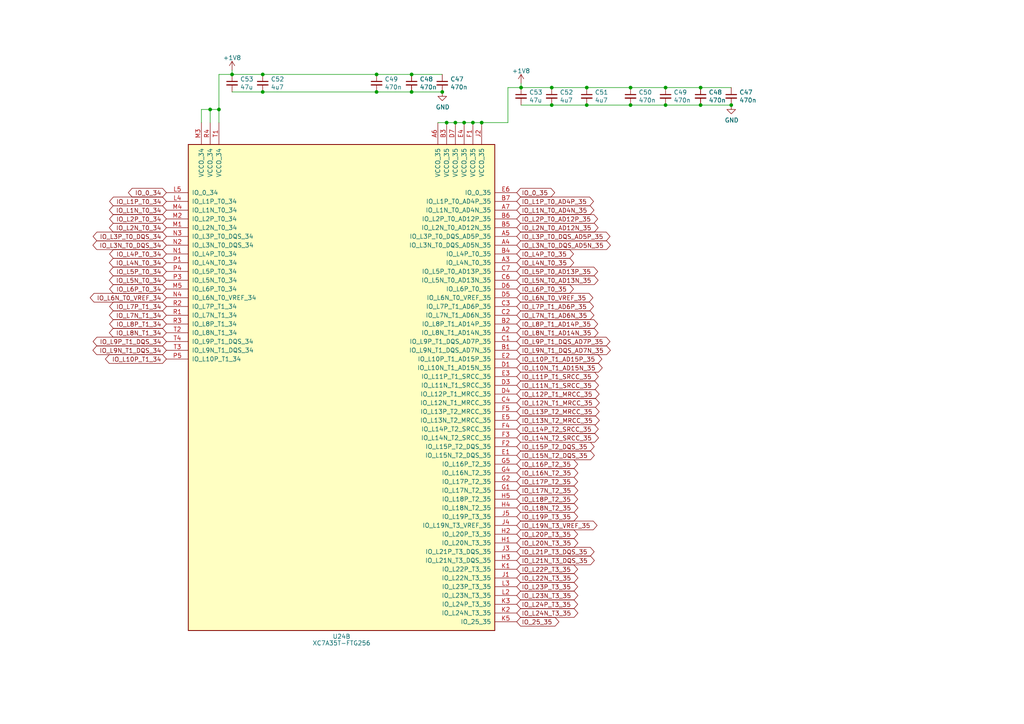
<source format=kicad_sch>
(kicad_sch (version 20230121) (generator eeschema)
  (paper "A4")
  (lib_symbols
    (symbol "Device:C_Small" (pin_numbers hide) (pin_names (offset 0.254) hide)
      (property "Reference" "C" (at 0.254 1.778 0))
      (property "Value" "C_Small" (at 0.254 -2.032 0))
      (symbol "C_Small_0_1"
        (polyline (pts (xy -1.524 -0.508) (xy 1.524 -0.508)) (stroke (width 0.3302)))
        (polyline (pts (xy -1.524 0.508) (xy 1.524 0.508)) (stroke (width 0.3048)))
      )
      (symbol "C_Small_1_1"
        (pin passive line (at 0 2.54 270) (length 2.032) (name "~") (number "1"))
        (pin passive line (at 0 -2.54 90) (length 2.032) (name "~") (number "2"))
      )
    )
    (symbol "FPGA_Xilinx_Artix7:XC7A35T-FTG256" (pin_names (offset 1.016))
      (property "Reference" "U" (at 0 1.27 0))
      (property "Value" "XC7A35T-FTG256" (at 0 -1.27 0))
      (symbol "XC7A35T-FTG256_1_1"
        (rectangle (start -44.45 67.31) (end 44.45 -73.66) (stroke (width 0.254)) (fill (type background)))
        (pin bidirectional line (at 50.8 38.1 180) (length 6.35) (name "IO_L3N_T0_DQS_AD1N_15") (number "A10"))
        (pin bidirectional line (at 50.8 27.94 180) (length 6.35) (name "IO_L5N_T0_AD9N_15") (number "A12"))
        (pin bidirectional line (at 50.8 20.32 180) (length 6.35) (name "IO_L7P_T1_AD2P_15") (number "A13"))
        (pin bidirectional line (at 50.8 17.78 180) (length 6.35) (name "IO_L7N_T1_AD2N_15") (number "A14"))
        (pin bidirectional line (at 50.8 7.62 180) (length 6.35) (name "IO_L9N_T1_DQS_AD3N_15") (number "A15"))
        (pin power_in line (at 27.94 73.66 270) (length 6.35) (name "VCCO_15") (number "A16"))
        (pin bidirectional line (at 50.8 45.72 180) (length 6.35) (name "IO_L2P_T0_AD8P_15") (number "A8"))
        (pin bidirectional line (at 50.8 43.18 180) (length 6.35) (name "IO_L2N_T0_AD8N_15") (number "A9"))
        (pin bidirectional line (at 50.8 35.56 180) (length 6.35) (name "IO_L4P_T0_15") (number "B10"))
        (pin bidirectional line (at 50.8 33.02 180) (length 6.35) (name "IO_L4N_T0_15") (number "B11"))
        (pin bidirectional line (at 50.8 30.48 180) (length 6.35) (name "IO_L5P_T0_AD9P_15") (number "B12"))
        (pin power_in line (at 30.48 73.66 270) (length 6.35) (name "VCCO_15") (number "B13"))
        (pin bidirectional line (at 50.8 12.7 180) (length 6.35) (name "IO_L8N_T1_AD10N_15") (number "B14"))
        (pin bidirectional line (at 50.8 10.16 180) (length 6.35) (name "IO_L9P_T1_DQS_AD3P_15") (number "B15"))
        (pin bidirectional line (at 50.8 2.54 180) (length 6.35) (name "IO_L10N_T1_AD11N_15") (number "B16"))
        (pin bidirectional line (at 50.8 40.64 180) (length 6.35) (name "IO_L3P_T0_DQS_AD1P_15") (number "B9"))
        (pin power_in line (at 33.02 73.66 270) (length 6.35) (name "VCCO_15") (number "C10"))
        (pin bidirectional line (at 50.8 0 180) (length 6.35) (name "IO_L11P_T1_SRCC_15") (number "C11"))
        (pin bidirectional line (at 50.8 -2.54 180) (length 6.35) (name "IO_L11N_T1_SRCC_15") (number "C12"))
        (pin bidirectional line (at 50.8 -7.62 180) (length 6.35) (name "IO_L12N_T1_MRCC_15") (number "C13"))
        (pin bidirectional line (at 50.8 15.24 180) (length 6.35) (name "IO_L8P_T1_AD10P_15") (number "C14"))
        (pin bidirectional line (at 50.8 5.08 180) (length 6.35) (name "IO_L10P_T1_AD11P_15") (number "C16"))
        (pin bidirectional line (at 50.8 50.8 180) (length 6.35) (name "IO_L1P_T0_AD0P_15") (number "C8"))
        (pin bidirectional line (at 50.8 48.26 180) (length 6.35) (name "IO_L1N_T0_AD0N_15") (number "C9"))
        (pin bidirectional line (at 50.8 53.34 180) (length 6.35) (name "IO_0_15") (number "D10"))
        (pin bidirectional line (at 50.8 -17.78 180) (length 6.35) (name "IO_L14N_T2_SRCC_15") (number "D11"))
        (pin bidirectional line (at 50.8 -5.08 180) (length 6.35) (name "IO_L12P_T1_MRCC_15") (number "D13"))
        (pin bidirectional line (at 50.8 -20.32 180) (length 6.35) (name "IO_L15P_T2_DQS_15") (number "D14"))
        (pin bidirectional line (at 50.8 -22.86 180) (length 6.35) (name "IO_L15N_T2_DQS_ADV_B_15") (number "D15"))
        (pin bidirectional line (at 50.8 -33.02 180) (length 6.35) (name "IO_L17N_T2_A25_15") (number "D16"))
        (pin bidirectional line (at 50.8 25.4 180) (length 6.35) (name "IO_L6P_T0_15") (number "D8"))
        (pin bidirectional line (at 50.8 22.86 180) (length 6.35) (name "IO_L6N_T0_VREF_15") (number "D9"))
        (pin bidirectional line (at 50.8 -15.24 180) (length 6.35) (name "IO_L14P_T2_SRCC_15") (number "E11"))
        (pin bidirectional line (at 50.8 -10.16 180) (length 6.35) (name "IO_L13P_T2_MRCC_15") (number "E12"))
        (pin bidirectional line (at 50.8 -12.7 180) (length 6.35) (name "IO_L13N_T2_MRCC_15") (number "E13"))
        (pin power_in line (at 35.56 73.66 270) (length 6.35) (name "VCCO_15") (number "E14"))
        (pin bidirectional line (at 50.8 -38.1 180) (length 6.35) (name "IO_L18N_T2_A23_15") (number "E15"))
        (pin bidirectional line (at 50.8 -30.48 180) (length 6.35) (name "IO_L17P_T2_A26_15") (number "E16"))
        (pin bidirectional line (at 50.8 -25.4 180) (length 6.35) (name "IO_L16P_T2_A28_15") (number "F12"))
        (pin bidirectional line (at 50.8 -27.94 180) (length 6.35) (name "IO_L16N_T2_A27_15") (number "F13"))
        (pin bidirectional line (at 50.8 -53.34 180) (length 6.35) (name "IO_L21N_T3_DQS_A18_15") (number "F14"))
        (pin bidirectional line (at 50.8 -35.56 180) (length 6.35) (name "IO_L18P_T2_A24_15") (number "F15"))
        (pin bidirectional line (at 50.8 -71.12 180) (length 6.35) (name "IO_25_15") (number "G11"))
        (pin bidirectional line (at 50.8 -43.18 180) (length 6.35) (name "IO_L19N_T3_A21_VREF_15") (number "G12"))
        (pin bidirectional line (at 50.8 -50.8 180) (length 6.35) (name "IO_L21P_T3_DQS_15") (number "G14"))
        (pin bidirectional line (at 50.8 -68.58 180) (length 6.35) (name "IO_L24N_T3_RS0_15") (number "G15"))
        (pin bidirectional line (at 50.8 -58.42 180) (length 6.35) (name "IO_L22N_T3_A16_15") (number "G16"))
        (pin bidirectional line (at 50.8 -40.64 180) (length 6.35) (name "IO_L19P_T3_A22_15") (number "H11"))
        (pin bidirectional line (at 50.8 -45.72 180) (length 6.35) (name "IO_L20P_T3_A20_15") (number "H12"))
        (pin bidirectional line (at 50.8 -48.26 180) (length 6.35) (name "IO_L20N_T3_A19_15") (number "H13"))
        (pin bidirectional line (at 50.8 -66.04 180) (length 6.35) (name "IO_L24P_T3_RS1_15") (number "H14"))
        (pin power_in line (at 38.1 73.66 270) (length 6.35) (name "VCCO_15") (number "H15"))
        (pin bidirectional line (at 50.8 -55.88 180) (length 6.35) (name "IO_L22P_T3_A17_15") (number "H16"))
        (pin power_in line (at 40.64 73.66 270) (length 6.35) (name "VCCO_15") (number "J12"))
        (pin bidirectional line (at -50.8 50.8 0) (length 6.35) (name "IO_L1P_T0_D00_MOSI_14") (number "J13"))
        (pin bidirectional line (at -50.8 48.26 0) (length 6.35) (name "IO_L1N_T0_D01_DIN_14") (number "J14"))
        (pin bidirectional line (at 50.8 -60.96 180) (length 6.35) (name "IO_L23P_T3_FOE_B_15") (number "J15"))
        (pin bidirectional line (at 50.8 -63.5 180) (length 6.35) (name "IO_L23N_T3_FWE_B_15") (number "J16"))
        (pin bidirectional line (at -50.8 53.34 0) (length 6.35) (name "IO_0_14") (number "K12"))
        (pin bidirectional line (at -50.8 30.48 0) (length 6.35) (name "IO_L5P_T0_D06_14") (number "K13"))
        (pin bidirectional line (at -50.8 45.72 0) (length 6.35) (name "IO_L2P_T0_D02_14") (number "K15"))
        (pin bidirectional line (at -50.8 43.18 0) (length 6.35) (name "IO_L2N_T0_D03_14") (number "K16"))
        (pin bidirectional line (at -50.8 25.4 0) (length 6.35) (name "IO_L6P_T0_FCS_B_14") (number "L12"))
        (pin bidirectional line (at -50.8 27.94 0) (length 6.35) (name "IO_L5N_T0_D07_14") (number "L13"))
        (pin bidirectional line (at -50.8 35.56 0) (length 6.35) (name "IO_L4P_T0_D04_14") (number "L14"))
        (pin bidirectional line (at -50.8 40.64 0) (length 6.35) (name "IO_L3P_T0_DQS_PUDC_B_14") (number "L15"))
        (pin power_in line (at -40.64 73.66 270) (length 6.35) (name "VCCO_14") (number "L16"))
        (pin bidirectional line (at -50.8 22.86 0) (length 6.35) (name "IO_L6N_T0_D08_VREF_14") (number "M12"))
        (pin power_in line (at -38.1 73.66 270) (length 6.35) (name "VCCO_14") (number "M13"))
        (pin bidirectional line (at -50.8 33.02 0) (length 6.35) (name "IO_L4N_T0_D05_14") (number "M14"))
        (pin bidirectional line (at -50.8 38.1 0) (length 6.35) (name "IO_L3N_T0_DQS_EMCCLK_14") (number "M15"))
        (pin bidirectional line (at -50.8 20.32 0) (length 6.35) (name "IO_L7P_T1_D09_14") (number "M16"))
        (pin bidirectional line (at -50.8 -40.64 0) (length 6.35) (name "IO_L19P_T3_A10_D26_14") (number "M6"))
        (pin power_in line (at -35.56 73.66 270) (length 6.35) (name "VCCO_14") (number "N10"))
        (pin bidirectional line (at -50.8 -10.16 0) (length 6.35) (name "IO_L13P_T2_MRCC_14") (number "N11"))
        (pin bidirectional line (at -50.8 -12.7 0) (length 6.35) (name "IO_L13N_T2_MRCC_14") (number "N12"))
        (pin bidirectional line (at -50.8 0 0) (length 6.35) (name "IO_L11P_T1_SRCC_14") (number "N13"))
        (pin bidirectional line (at -50.8 -5.08 0) (length 6.35) (name "IO_L12P_T1_MRCC_14") (number "N14"))
        (pin bidirectional line (at -50.8 17.78 0) (length 6.35) (name "IO_L7N_T1_D10_14") (number "N16"))
        (pin bidirectional line (at -50.8 -43.18 0) (length 6.35) (name "IO_L19N_T3_A09_D25_VREF_14") (number "N6"))
        (pin bidirectional line (at -50.8 -35.56 0) (length 6.35) (name "IO_L18P_T2_A12_D28_14") (number "N9"))
        (pin bidirectional line (at -50.8 -15.24 0) (length 6.35) (name "IO_L14P_T2_SRCC_14") (number "P10"))
        (pin bidirectional line (at -50.8 -17.78 0) (length 6.35) (name "IO_L14N_T2_SRCC_14") (number "P11"))
        (pin bidirectional line (at -50.8 -2.54 0) (length 6.35) (name "IO_L11N_T1_SRCC_14") (number "P13"))
        (pin bidirectional line (at -50.8 -7.62 0) (length 6.35) (name "IO_L12N_T1_MRCC_14") (number "P14"))
        (pin bidirectional line (at -50.8 15.24 0) (length 6.35) (name "IO_L8P_T1_D11_14") (number "P15"))
        (pin bidirectional line (at -50.8 12.7 0) (length 6.35) (name "IO_L8N_T1_D12_14") (number "P16"))
        (pin bidirectional line (at -50.8 -71.12 0) (length 6.35) (name "IO_25_14") (number "P6"))
        (pin power_in line (at -33.02 73.66 270) (length 6.35) (name "VCCO_14") (number "P7"))
        (pin bidirectional line (at -50.8 -45.72 0) (length 6.35) (name "IO_L20P_T3_A08_D24_14") (number "P8"))
        (pin bidirectional line (at -50.8 -38.1 0) (length 6.35) (name "IO_L18N_T2_A11_D27_14") (number "P9"))
        (pin bidirectional line (at -50.8 -30.48 0) (length 6.35) (name "IO_L17P_T2_A14_D30_14") (number "R10"))
        (pin bidirectional line (at -50.8 -33.02 0) (length 6.35) (name "IO_L17N_T2_A13_D29_14") (number "R11"))
        (pin bidirectional line (at -50.8 -20.32 0) (length 6.35) (name "IO_L15P_T2_DQS_RDWR_B_14") (number "R12"))
        (pin bidirectional line (at -50.8 -25.4 0) (length 6.35) (name "IO_L16P_T2_CSI_B_14") (number "R13"))
        (pin power_in line (at -30.48 73.66 270) (length 6.35) (name "VCCO_14") (number "R14"))
        (pin bidirectional line (at -50.8 10.16 0) (length 6.35) (name "IO_L9P_T1_DQS_14") (number "R15"))
        (pin bidirectional line (at -50.8 7.62 0) (length 6.35) (name "IO_L9N_T1_DQS_D13_14") (number "R16"))
        (pin bidirectional line (at -50.8 -60.96 0) (length 6.35) (name "IO_L23P_T3_A03_D19_14") (number "R5"))
        (pin bidirectional line (at -50.8 -66.04 0) (length 6.35) (name "IO_L24P_T3_A01_D17_14") (number "R6"))
        (pin bidirectional line (at -50.8 -68.58 0) (length 6.35) (name "IO_L24N_T3_A00_D16_14") (number "R7"))
        (pin bidirectional line (at -50.8 -48.26 0) (length 6.35) (name "IO_L20N_T3_A07_D23_14") (number "R8"))
        (pin bidirectional line (at -50.8 -58.42 0) (length 6.35) (name "IO_L22N_T3_A04_D20_14") (number "T10"))
        (pin power_in line (at -27.94 73.66 270) (length 6.35) (name "VCCO_14") (number "T11"))
        (pin bidirectional line (at -50.8 -22.86 0) (length 6.35) (name "IO_L15N_T2_DQS_DOUT_CSO_B_14") (number "T12"))
        (pin bidirectional line (at -50.8 -27.94 0) (length 6.35) (name "IO_L16N_T2_A15_D31_14") (number "T13"))
        (pin bidirectional line (at -50.8 5.08 0) (length 6.35) (name "IO_L10P_T1_D14_14") (number "T14"))
        (pin bidirectional line (at -50.8 2.54 0) (length 6.35) (name "IO_L10N_T1_D15_14") (number "T15"))
        (pin bidirectional line (at -50.8 -63.5 0) (length 6.35) (name "IO_L23N_T3_A02_D18_14") (number "T5"))
        (pin bidirectional line (at -50.8 -50.8 0) (length 6.35) (name "IO_L21P_T3_DQS_14") (number "T7"))
        (pin bidirectional line (at -50.8 -53.34 0) (length 6.35) (name "IO_L21N_T3_DQS_A06_D22_14") (number "T8"))
        (pin bidirectional line (at -50.8 -55.88 0) (length 6.35) (name "IO_L22P_T3_A05_D21_14") (number "T9"))
      )
      (symbol "XC7A35T-FTG256_2_1"
        (rectangle (start -44.45 67.31) (end 44.45 -73.66) (stroke (width 0.254)) (fill (type background)))
        (pin bidirectional line (at 50.8 12.7 180) (length 6.35) (name "IO_L8N_T1_AD14N_35") (number "A2"))
        (pin bidirectional line (at 50.8 33.02 180) (length 6.35) (name "IO_L4N_T0_35") (number "A3"))
        (pin bidirectional line (at 50.8 38.1 180) (length 6.35) (name "IO_L3N_T0_DQS_AD5N_35") (number "A4"))
        (pin bidirectional line (at 50.8 40.64 180) (length 6.35) (name "IO_L3P_T0_DQS_AD5P_35") (number "A5"))
        (pin power_in line (at 27.94 73.66 270) (length 6.35) (name "VCCO_35") (number "A6"))
        (pin bidirectional line (at 50.8 48.26 180) (length 6.35) (name "IO_L1N_T0_AD4N_35") (number "A7"))
        (pin bidirectional line (at 50.8 7.62 180) (length 6.35) (name "IO_L9N_T1_DQS_AD7N_35") (number "B1"))
        (pin bidirectional line (at 50.8 15.24 180) (length 6.35) (name "IO_L8P_T1_AD14P_35") (number "B2"))
        (pin power_in line (at 30.48 73.66 270) (length 6.35) (name "VCCO_35") (number "B3"))
        (pin bidirectional line (at 50.8 35.56 180) (length 6.35) (name "IO_L4P_T0_35") (number "B4"))
        (pin bidirectional line (at 50.8 43.18 180) (length 6.35) (name "IO_L2N_T0_AD12N_35") (number "B5"))
        (pin bidirectional line (at 50.8 45.72 180) (length 6.35) (name "IO_L2P_T0_AD12P_35") (number "B6"))
        (pin bidirectional line (at 50.8 50.8 180) (length 6.35) (name "IO_L1P_T0_AD4P_35") (number "B7"))
        (pin bidirectional line (at 50.8 10.16 180) (length 6.35) (name "IO_L9P_T1_DQS_AD7P_35") (number "C1"))
        (pin bidirectional line (at 50.8 17.78 180) (length 6.35) (name "IO_L7N_T1_AD6N_35") (number "C2"))
        (pin bidirectional line (at 50.8 20.32 180) (length 6.35) (name "IO_L7P_T1_AD6P_35") (number "C3"))
        (pin bidirectional line (at 50.8 -7.62 180) (length 6.35) (name "IO_L12N_T1_MRCC_35") (number "C4"))
        (pin bidirectional line (at 50.8 27.94 180) (length 6.35) (name "IO_L5N_T0_AD13N_35") (number "C6"))
        (pin bidirectional line (at 50.8 30.48 180) (length 6.35) (name "IO_L5P_T0_AD13P_35") (number "C7"))
        (pin bidirectional line (at 50.8 2.54 180) (length 6.35) (name "IO_L10N_T1_AD15N_35") (number "D1"))
        (pin bidirectional line (at 50.8 -2.54 180) (length 6.35) (name "IO_L11N_T1_SRCC_35") (number "D3"))
        (pin bidirectional line (at 50.8 -5.08 180) (length 6.35) (name "IO_L12P_T1_MRCC_35") (number "D4"))
        (pin bidirectional line (at 50.8 22.86 180) (length 6.35) (name "IO_L6N_T0_VREF_35") (number "D5"))
        (pin bidirectional line (at 50.8 25.4 180) (length 6.35) (name "IO_L6P_T0_35") (number "D6"))
        (pin power_in line (at 33.02 73.66 270) (length 6.35) (name "VCCO_35") (number "D7"))
        (pin bidirectional line (at 50.8 -22.86 180) (length 6.35) (name "IO_L15N_T2_DQS_35") (number "E1"))
        (pin bidirectional line (at 50.8 5.08 180) (length 6.35) (name "IO_L10P_T1_AD15P_35") (number "E2"))
        (pin bidirectional line (at 50.8 0 180) (length 6.35) (name "IO_L11P_T1_SRCC_35") (number "E3"))
        (pin power_in line (at 35.56 73.66 270) (length 6.35) (name "VCCO_35") (number "E4"))
        (pin bidirectional line (at 50.8 -12.7 180) (length 6.35) (name "IO_L13N_T2_MRCC_35") (number "E5"))
        (pin bidirectional line (at 50.8 53.34 180) (length 6.35) (name "IO_0_35") (number "E6"))
        (pin power_in line (at 38.1 73.66 270) (length 6.35) (name "VCCO_35") (number "F1"))
        (pin bidirectional line (at 50.8 -20.32 180) (length 6.35) (name "IO_L15P_T2_DQS_35") (number "F2"))
        (pin bidirectional line (at 50.8 -17.78 180) (length 6.35) (name "IO_L14N_T2_SRCC_35") (number "F3"))
        (pin bidirectional line (at 50.8 -15.24 180) (length 6.35) (name "IO_L14P_T2_SRCC_35") (number "F4"))
        (pin bidirectional line (at 50.8 -10.16 180) (length 6.35) (name "IO_L13P_T2_MRCC_35") (number "F5"))
        (pin bidirectional line (at 50.8 -33.02 180) (length 6.35) (name "IO_L17N_T2_35") (number "G1"))
        (pin bidirectional line (at 50.8 -30.48 180) (length 6.35) (name "IO_L17P_T2_35") (number "G2"))
        (pin bidirectional line (at 50.8 -27.94 180) (length 6.35) (name "IO_L16N_T2_35") (number "G4"))
        (pin bidirectional line (at 50.8 -25.4 180) (length 6.35) (name "IO_L16P_T2_35") (number "G5"))
        (pin bidirectional line (at 50.8 -48.26 180) (length 6.35) (name "IO_L20N_T3_35") (number "H1"))
        (pin bidirectional line (at 50.8 -45.72 180) (length 6.35) (name "IO_L20P_T3_35") (number "H2"))
        (pin bidirectional line (at 50.8 -53.34 180) (length 6.35) (name "IO_L21N_T3_DQS_35") (number "H3"))
        (pin bidirectional line (at 50.8 -38.1 180) (length 6.35) (name "IO_L18N_T2_35") (number "H4"))
        (pin bidirectional line (at 50.8 -35.56 180) (length 6.35) (name "IO_L18P_T2_35") (number "H5"))
        (pin bidirectional line (at 50.8 -58.42 180) (length 6.35) (name "IO_L22N_T3_35") (number "J1"))
        (pin power_in line (at 40.64 73.66 270) (length 6.35) (name "VCCO_35") (number "J2"))
        (pin bidirectional line (at 50.8 -50.8 180) (length 6.35) (name "IO_L21P_T3_DQS_35") (number "J3"))
        (pin bidirectional line (at 50.8 -43.18 180) (length 6.35) (name "IO_L19N_T3_VREF_35") (number "J4"))
        (pin bidirectional line (at 50.8 -40.64 180) (length 6.35) (name "IO_L19P_T3_35") (number "J5"))
        (pin bidirectional line (at 50.8 -55.88 180) (length 6.35) (name "IO_L22P_T3_35") (number "K1"))
        (pin bidirectional line (at 50.8 -68.58 180) (length 6.35) (name "IO_L24N_T3_35") (number "K2"))
        (pin bidirectional line (at 50.8 -66.04 180) (length 6.35) (name "IO_L24P_T3_35") (number "K3"))
        (pin bidirectional line (at 50.8 -71.12 180) (length 6.35) (name "IO_25_35") (number "K5"))
        (pin bidirectional line (at 50.8 -63.5 180) (length 6.35) (name "IO_L23N_T3_35") (number "L2"))
        (pin bidirectional line (at 50.8 -60.96 180) (length 6.35) (name "IO_L23P_T3_35") (number "L3"))
        (pin bidirectional line (at -50.8 50.8 0) (length 6.35) (name "IO_L1P_T0_34") (number "L4"))
        (pin bidirectional line (at -50.8 53.34 0) (length 6.35) (name "IO_0_34") (number "L5"))
        (pin bidirectional line (at -50.8 43.18 0) (length 6.35) (name "IO_L2N_T0_34") (number "M1"))
        (pin bidirectional line (at -50.8 45.72 0) (length 6.35) (name "IO_L2P_T0_34") (number "M2"))
        (pin power_in line (at -40.64 73.66 270) (length 6.35) (name "VCCO_34") (number "M3"))
        (pin bidirectional line (at -50.8 48.26 0) (length 6.35) (name "IO_L1N_T0_34") (number "M4"))
        (pin bidirectional line (at -50.8 25.4 0) (length 6.35) (name "IO_L6P_T0_34") (number "M5"))
        (pin bidirectional line (at -50.8 35.56 0) (length 6.35) (name "IO_L4P_T0_34") (number "N1"))
        (pin bidirectional line (at -50.8 38.1 0) (length 6.35) (name "IO_L3N_T0_DQS_34") (number "N2"))
        (pin bidirectional line (at -50.8 40.64 0) (length 6.35) (name "IO_L3P_T0_DQS_34") (number "N3"))
        (pin bidirectional line (at -50.8 22.86 0) (length 6.35) (name "IO_L6N_T0_VREF_34") (number "N4"))
        (pin bidirectional line (at -50.8 33.02 0) (length 6.35) (name "IO_L4N_T0_34") (number "P1"))
        (pin bidirectional line (at -50.8 27.94 0) (length 6.35) (name "IO_L5N_T0_34") (number "P3"))
        (pin bidirectional line (at -50.8 30.48 0) (length 6.35) (name "IO_L5P_T0_34") (number "P4"))
        (pin bidirectional line (at -50.8 5.08 0) (length 6.35) (name "IO_L10P_T1_34") (number "P5"))
        (pin bidirectional line (at -50.8 17.78 0) (length 6.35) (name "IO_L7N_T1_34") (number "R1"))
        (pin bidirectional line (at -50.8 20.32 0) (length 6.35) (name "IO_L7P_T1_34") (number "R2"))
        (pin bidirectional line (at -50.8 15.24 0) (length 6.35) (name "IO_L8P_T1_34") (number "R3"))
        (pin power_in line (at -38.1 73.66 270) (length 6.35) (name "VCCO_34") (number "R4"))
        (pin power_in line (at -35.56 73.66 270) (length 6.35) (name "VCCO_34") (number "T1"))
        (pin bidirectional line (at -50.8 12.7 0) (length 6.35) (name "IO_L8N_T1_34") (number "T2"))
        (pin bidirectional line (at -50.8 7.62 0) (length 6.35) (name "IO_L9N_T1_DQS_34") (number "T3"))
        (pin bidirectional line (at -50.8 10.16 0) (length 6.35) (name "IO_L9P_T1_DQS_34") (number "T4"))
      )
      (symbol "XC7A35T-FTG256_3_1"
        (rectangle (start -31.75 34.29) (end 31.75 -40.64) (stroke (width 0.254)) (fill (type background)))
        (pin bidirectional line (at 38.1 -15.24 180) (length 6.35) (name "CFGBVS_0") (number "E7"))
        (pin bidirectional line (at 38.1 7.62 180) (length 6.35) (name "CCLK_0") (number "E8"))
        (pin bidirectional line (at 38.1 -5.08 180) (length 6.35) (name "DONE_0") (number "H10"))
        (pin bidirectional line (at 38.1 -30.48 180) (length 6.35) (name "VREFN_0") (number "H7"))
        (pin bidirectional line (at 38.1 -20.32 180) (length 6.35) (name "VP_0") (number "H8"))
        (pin bidirectional line (at 38.1 -22.86 180) (length 6.35) (name "VN_0") (number "J7"))
        (pin bidirectional line (at 38.1 -27.94 180) (length 6.35) (name "VREFP_0") (number "J8"))
        (pin bidirectional line (at 38.1 -7.62 180) (length 6.35) (name "INIT_B_0") (number "K10"))
        (pin bidirectional line (at 38.1 -38.1 180) (length 6.35) (name "DXN_0") (number "K7"))
        (pin bidirectional line (at 38.1 -35.56 180) (length 6.35) (name "DXP_0") (number "K8"))
        (pin power_in line (at 27.94 40.64 270) (length 6.35) (name "VCCO_0") (number "L6"))
        (pin bidirectional line (at 38.1 12.7 180) (length 6.35) (name "TCK_0") (number "L7"))
        (pin bidirectional line (at 38.1 -10.16 180) (length 6.35) (name "PROGRAM_B_0") (number "L9"))
        (pin bidirectional line (at 38.1 2.54 180) (length 6.35) (name "M1_0") (number "M10"))
        (pin bidirectional line (at 38.1 0 180) (length 6.35) (name "M2_0") (number "M11"))
        (pin bidirectional line (at 38.1 15.24 180) (length 6.35) (name "TMS_0") (number "M7"))
        (pin bidirectional line (at 38.1 5.08 180) (length 6.35) (name "M0_0") (number "M9"))
        (pin bidirectional line (at 38.1 20.32 180) (length 6.35) (name "TDI_0") (number "N7"))
        (pin bidirectional line (at 38.1 17.78 180) (length 6.35) (name "TDO_0") (number "N8"))
      )
      (symbol "XC7A35T-FTG256_4_1"
        (rectangle (start -19.05 35.56) (end 19.05 -35.56) (stroke (width 0.254)) (fill (type background)))
        (pin power_in line (at -25.4 2.54 0) (length 6.35) (name "GND") (number "A1"))
        (pin power_in line (at -25.4 0 0) (length 6.35) (name "GND") (number "A11"))
        (pin power_in line (at -25.4 -2.54 0) (length 6.35) (name "GND") (number "B8"))
        (pin power_in line (at -25.4 -7.62 0) (length 6.35) (name "GND") (number "C15"))
        (pin power_in line (at -25.4 -5.08 0) (length 6.35) (name "GND") (number "C5"))
        (pin power_in line (at -25.4 -12.7 0) (length 6.35) (name "GND") (number "D12"))
        (pin power_in line (at -25.4 -10.16 0) (length 6.35) (name "GND") (number "D2"))
        (pin power_in line (at -25.4 12.7 0) (length 6.35) (name "VCCBRAM") (number "E10"))
        (pin power_in line (at -25.4 -15.24 0) (length 6.35) (name "GND") (number "E9"))
        (pin power_in line (at -25.4 -20.32 0) (length 6.35) (name "GND") (number "F10"))
        (pin power_in line (at -25.4 10.16 0) (length 6.35) (name "VCCBRAM") (number "F11"))
        (pin power_in line (at -25.4 -22.86 0) (length 6.35) (name "GND") (number "F16"))
        (pin power_in line (at -25.4 -17.78 0) (length 6.35) (name "GND") (number "F6"))
        (pin power_in line (at 25.4 33.02 180) (length 6.35) (name "VCCINT") (number "F7"))
        (pin power_in line (at -25.4 15.24 0) (length 6.35) (name "VCCBATT_0") (number "F8"))
        (pin power_in line (at 25.4 30.48 180) (length 6.35) (name "VCCINT") (number "F9"))
        (pin power_in line (at -25.4 33.02 0) (length 6.35) (name "VCCAUX") (number "G10"))
        (pin power_in line (at -25.4 -30.48 0) (length 6.35) (name "GND") (number "G13"))
        (pin power_in line (at -25.4 -25.4 0) (length 6.35) (name "GND") (number "G3"))
        (pin power_in line (at 25.4 27.94 180) (length 6.35) (name "VCCINT") (number "G6"))
        (pin power_in line (at -25.4 20.32 0) (length 6.35) (name "GNDADC_0") (number "G7"))
        (pin power_in line (at -25.4 17.78 0) (length 6.35) (name "VCCADC_0") (number "G8"))
        (pin power_in line (at -25.4 -27.94 0) (length 6.35) (name "GND") (number "G9"))
        (pin power_in line (at -25.4 -33.02 0) (length 6.35) (name "GND") (number "H6"))
        (pin power_in line (at 25.4 25.4 180) (length 6.35) (name "VCCINT") (number "H9"))
        (pin power_in line (at -25.4 30.48 0) (length 6.35) (name "VCCAUX") (number "J10"))
        (pin power_in line (at 25.4 0 180) (length 6.35) (name "GND") (number "J11"))
        (pin power_in line (at 25.4 22.86 180) (length 6.35) (name "VCCINT") (number "J6"))
        (pin power_in line (at 25.4 2.54 180) (length 6.35) (name "GND") (number "J9"))
        (pin power_in line (at -25.4 27.94 0) (length 6.35) (name "VCCAUX") (number "K11"))
        (pin power_in line (at 25.4 -7.62 180) (length 6.35) (name "GND") (number "K14"))
        (pin power_in line (at 25.4 -2.54 180) (length 6.35) (name "GND") (number "K4"))
        (pin power_in line (at 25.4 -5.08 180) (length 6.35) (name "GND") (number "K6"))
        (pin power_in line (at 25.4 20.32 180) (length 6.35) (name "VCCINT") (number "K9"))
        (pin power_in line (at 25.4 -10.16 180) (length 6.35) (name "GND") (number "L1"))
        (pin power_in line (at -25.4 25.4 0) (length 6.35) (name "VCCAUX") (number "L10"))
        (pin power_in line (at 25.4 -12.7 180) (length 6.35) (name "GND") (number "L11"))
        (pin power_in line (at 25.4 17.78 180) (length 6.35) (name "VCCINT") (number "L8"))
        (pin power_in line (at 25.4 -15.24 180) (length 6.35) (name "GND") (number "M8"))
        (pin power_in line (at 25.4 -20.32 180) (length 6.35) (name "GND") (number "N15"))
        (pin power_in line (at 25.4 -17.78 180) (length 6.35) (name "GND") (number "N5"))
        (pin power_in line (at 25.4 -25.4 180) (length 6.35) (name "GND") (number "P12"))
        (pin power_in line (at 25.4 -22.86 180) (length 6.35) (name "GND") (number "P2"))
        (pin power_in line (at 25.4 -27.94 180) (length 6.35) (name "GND") (number "R9"))
        (pin power_in line (at 25.4 -33.02 180) (length 6.35) (name "GND") (number "T16"))
        (pin power_in line (at 25.4 -30.48 180) (length 6.35) (name "GND") (number "T6"))
      )
    )
    (symbol "power:+1V8" (power) (pin_names (offset 0))
      (property "Value" "+1V8" (at 0 3.556 0))
      (symbol "+1V8_0_1"
        (polyline (pts (xy -0.762 1.27) (xy 0 2.54)))
        (polyline (pts (xy 0 0) (xy 0 2.54)))
        (polyline (pts (xy 0 2.54) (xy 0.762 1.27)))
      )
      (symbol "+1V8_1_1"
        (pin power_in line (at 0 0 90) (length 0) hide (name "+1V8") (number "1"))
      )
    )
    (symbol "power:GND" (power) (pin_names (offset 0))
      (property "Value" "GND" (at 0 -3.81 0))
      (symbol "GND_0_1"
        (polyline (pts (xy 0 0) (xy 0 -1.27) (xy 1.27 -1.27) (xy 0 -2.54) (xy -1.27 -1.27) (xy 0 -1.27)))
      )
      (symbol "GND_1_1"
        (pin power_in line (at 0 0 270) (length 0) hide (name "GND") (number "1"))
      )
    )
  )
  (junction (at 128.27 26.67))
  (junction (at 203.2 30.48))
  (junction (at 160.02 25.4))
  (junction (at 60.96 31.75))
  (junction (at 63.5 31.75))
  (junction (at 182.88 30.48))
  (junction (at 170.18 30.48))
  (junction (at 134.62 35.56))
  (junction (at 182.88 25.4))
  (junction (at 109.22 21.59))
  (junction (at 119.38 21.59))
  (junction (at 137.16 35.56))
  (junction (at 76.2 26.67))
  (junction (at 193.04 30.48))
  (junction (at 109.22 26.67))
  (junction (at 193.04 25.4))
  (junction (at 139.7 35.56))
  (junction (at 160.02 30.48))
  (junction (at 170.18 25.4))
  (junction (at 67.31 21.59))
  (junction (at 76.2 21.59))
  (junction (at 132.08 35.56))
  (junction (at 119.38 26.67))
  (junction (at 203.2 25.4))
  (junction (at 151.13 25.4))
  (junction (at 129.54 35.56))
  (junction (at 212.09 30.48))
  (wire (pts (xy 139.7 35.56) (xy 147.32 35.56)))
  (wire (pts (xy 76.2 26.67) (xy 67.31 26.67)))
  (wire (pts (xy 63.5 21.59) (xy 63.5 31.75)))
  (wire (pts (xy 58.42 31.75) (xy 58.42 35.56)))
  (wire (pts (xy 129.54 35.56) (xy 132.08 35.56)))
  (wire (pts (xy 119.38 26.67) (xy 128.27 26.67)))
  (wire (pts (xy 60.96 31.75) (xy 63.5 31.75)))
  (wire (pts (xy 63.5 21.59) (xy 67.31 21.59)))
  (wire (pts (xy 160.02 30.48) (xy 151.13 30.48)))
  (wire (pts (xy 193.04 30.48) (xy 203.2 30.48)))
  (wire (pts (xy 76.2 26.67) (xy 109.22 26.67)))
  (wire (pts (xy 127 35.56) (xy 129.54 35.56)))
  (wire (pts (xy 193.04 25.4) (xy 203.2 25.4)))
  (wire (pts (xy 147.32 25.4) (xy 147.32 35.56)))
  (wire (pts (xy 76.2 21.59) (xy 109.22 21.59)))
  (wire (pts (xy 170.18 25.4) (xy 160.02 25.4)))
  (wire (pts (xy 134.62 35.56) (xy 137.16 35.56)))
  (wire (pts (xy 170.18 25.4) (xy 182.88 25.4)))
  (wire (pts (xy 182.88 30.48) (xy 193.04 30.48)))
  (wire (pts (xy 132.08 35.56) (xy 134.62 35.56)))
  (wire (pts (xy 60.96 31.75) (xy 60.96 35.56)))
  (wire (pts (xy 170.18 30.48) (xy 160.02 30.48)))
  (wire (pts (xy 203.2 30.48) (xy 212.09 30.48)))
  (wire (pts (xy 109.22 26.67) (xy 119.38 26.67)))
  (wire (pts (xy 147.32 25.4) (xy 151.13 25.4)))
  (wire (pts (xy 160.02 25.4) (xy 151.13 25.4)))
  (wire (pts (xy 137.16 35.56) (xy 139.7 35.56)))
  (wire (pts (xy 170.18 30.48) (xy 182.88 30.48)))
  (wire (pts (xy 67.31 20.32) (xy 67.31 21.59)))
  (wire (pts (xy 109.22 21.59) (xy 119.38 21.59)))
  (wire (pts (xy 76.2 21.59) (xy 67.31 21.59)))
  (wire (pts (xy 182.88 25.4) (xy 193.04 25.4)))
  (wire (pts (xy 63.5 31.75) (xy 63.5 35.56)))
  (wire (pts (xy 119.38 21.59) (xy 128.27 21.59)))
  (wire (pts (xy 203.2 25.4) (xy 212.09 25.4)))
  (wire (pts (xy 58.42 31.75) (xy 60.96 31.75)))
  (wire (pts (xy 151.13 24.13) (xy 151.13 25.4)))
  (global_label "IO_L9N_T1_DQS_AD7N_35" (shape bidirectional) (at 149.86 101.6 0) (property "Intersheetrefs" "${INTERSHEET_REFS}" (effects hide)))
  (global_label "IO_L21N_T3_DQS_35" (shape bidirectional) (at 149.86 162.56 0) (property "Intersheetrefs" "${INTERSHEET_REFS}" (effects hide)))
  (global_label "IO_L9N_T1_DQS_34" (shape bidirectional) (at 48.26 101.6 180) (property "Intersheetrefs" "${INTERSHEET_REFS}" (effects hide)))
  (global_label "IO_L6P_T0_35" (shape bidirectional) (at 149.86 83.82 0) (property "Intersheetrefs" "${INTERSHEET_REFS}" (effects hide)))
  (global_label "IO_0_34" (shape bidirectional) (at 48.26 55.88 180) (property "Intersheetrefs" "${INTERSHEET_REFS}" (effects hide)))
  (global_label "IO_L14P_T2_SRCC_35" (shape bidirectional) (at 149.86 124.46 0) (property "Intersheetrefs" "${INTERSHEET_REFS}" (effects hide)))
  (global_label "IO_L3P_T0_DQS_AD5P_35" (shape bidirectional) (at 149.86 68.58 0) (property "Intersheetrefs" "${INTERSHEET_REFS}" (effects hide)))
  (global_label "IO_L17N_T2_35" (shape bidirectional) (at 149.86 142.24 0) (property "Intersheetrefs" "${INTERSHEET_REFS}" (effects hide)))
  (global_label "IO_L19N_T3_VREF_35" (shape bidirectional) (at 149.86 152.4 0) (property "Intersheetrefs" "${INTERSHEET_REFS}" (effects hide)))
  (global_label "IO_L16P_T2_35" (shape bidirectional) (at 149.86 134.62 0) (property "Intersheetrefs" "${INTERSHEET_REFS}" (effects hide)))
  (global_label "IO_L5N_T0_AD13N_35" (shape bidirectional) (at 149.86 81.28 0) (property "Intersheetrefs" "${INTERSHEET_REFS}" (effects hide)))
  (global_label "IO_L7P_T1_AD6P_35" (shape bidirectional) (at 149.86 88.9 0) (property "Intersheetrefs" "${INTERSHEET_REFS}" (effects hide)))
  (global_label "IO_L10N_T1_AD15N_35" (shape bidirectional) (at 149.86 106.68 0) (property "Intersheetrefs" "${INTERSHEET_REFS}" (effects hide)))
  (global_label "IO_L6N_T0_VREF_35" (shape bidirectional) (at 149.86 86.36 0) (property "Intersheetrefs" "${INTERSHEET_REFS}" (effects hide)))
  (global_label "IO_L15P_T2_DQS_35" (shape bidirectional) (at 149.86 129.54 0) (property "Intersheetrefs" "${INTERSHEET_REFS}" (effects hide)))
  (global_label "IO_L18P_T2_35" (shape bidirectional) (at 149.86 144.78 0) (property "Intersheetrefs" "${INTERSHEET_REFS}" (effects hide)))
  (global_label "IO_L14N_T2_SRCC_35" (shape bidirectional) (at 149.86 127 0) (property "Intersheetrefs" "${INTERSHEET_REFS}" (effects hide)))
  (global_label "IO_L7N_T1_AD6N_35" (shape bidirectional) (at 149.86 91.44 0) (property "Intersheetrefs" "${INTERSHEET_REFS}" (effects hide)))
  (global_label "IO_L20P_T3_35" (shape bidirectional) (at 149.86 154.94 0) (property "Intersheetrefs" "${INTERSHEET_REFS}" (effects hide)))
  (global_label "IO_L12P_T1_MRCC_35" (shape bidirectional) (at 149.86 114.3 0) (property "Intersheetrefs" "${INTERSHEET_REFS}" (effects hide)))
  (global_label "IO_L9P_T1_DQS_AD7P_35" (shape bidirectional) (at 149.86 99.06 0) (property "Intersheetrefs" "${INTERSHEET_REFS}" (effects hide)))
  (global_label "IO_L22N_T3_35" (shape bidirectional) (at 149.86 167.64 0) (property "Intersheetrefs" "${INTERSHEET_REFS}" (effects hide)))
  (global_label "IO_L11P_T1_SRCC_35" (shape bidirectional) (at 149.86 109.22 0) (property "Intersheetrefs" "${INTERSHEET_REFS}" (effects hide)))
  (global_label "IO_L3N_T0_DQS_34" (shape bidirectional) (at 48.26 71.12 180) (property "Intersheetrefs" "${INTERSHEET_REFS}" (effects hide)))
  (global_label "IO_L5P_T0_34" (shape bidirectional) (at 48.26 78.74 180) (property "Intersheetrefs" "${INTERSHEET_REFS}" (effects hide)))
  (global_label "IO_L4N_T0_35" (shape bidirectional) (at 149.86 76.2 0) (property "Intersheetrefs" "${INTERSHEET_REFS}" (effects hide)))
  (global_label "IO_L13P_T2_MRCC_35" (shape bidirectional) (at 149.86 119.38 0) (property "Intersheetrefs" "${INTERSHEET_REFS}" (effects hide)))
  (global_label "IO_L1N_T0_34" (shape bidirectional) (at 48.26 60.96 180) (property "Intersheetrefs" "${INTERSHEET_REFS}" (effects hide)))
  (global_label "IO_L24N_T3_35" (shape bidirectional) (at 149.86 177.8 0) (property "Intersheetrefs" "${INTERSHEET_REFS}" (effects hide)))
  (global_label "IO_L8N_T1_34" (shape bidirectional) (at 48.26 96.52 180) (property "Intersheetrefs" "${INTERSHEET_REFS}" (effects hide)))
  (global_label "IO_L16N_T2_35" (shape bidirectional) (at 149.86 137.16 0) (property "Intersheetrefs" "${INTERSHEET_REFS}" (effects hide)))
  (global_label "IO_L24P_T3_35" (shape bidirectional) (at 149.86 175.26 0) (property "Intersheetrefs" "${INTERSHEET_REFS}" (effects hide)))
  (global_label "IO_L2N_T0_34" (shape bidirectional) (at 48.26 66.04 180) (property "Intersheetrefs" "${INTERSHEET_REFS}" (effects hide)))
  (global_label "IO_L20N_T3_35" (shape bidirectional) (at 149.86 157.48 0) (property "Intersheetrefs" "${INTERSHEET_REFS}" (effects hide)))
  (global_label "IO_L8P_T1_34" (shape bidirectional) (at 48.26 93.98 180) (property "Intersheetrefs" "${INTERSHEET_REFS}" (effects hide)))
  (global_label "IO_L23N_T3_35" (shape bidirectional) (at 149.86 172.72 0) (property "Intersheetrefs" "${INTERSHEET_REFS}" (effects hide)))
  (global_label "IO_L6N_T0_VREF_34" (shape bidirectional) (at 48.26 86.36 180) (property "Intersheetrefs" "${INTERSHEET_REFS}" (effects hide)))
  (global_label "IO_L4P_T0_35" (shape bidirectional) (at 149.86 73.66 0) (property "Intersheetrefs" "${INTERSHEET_REFS}" (effects hide)))
  (global_label "IO_L1P_T0_34" (shape bidirectional) (at 48.26 58.42 180) (property "Intersheetrefs" "${INTERSHEET_REFS}" (effects hide)))
  (global_label "IO_L18N_T2_35" (shape bidirectional) (at 149.86 147.32 0) (property "Intersheetrefs" "${INTERSHEET_REFS}" (effects hide)))
  (global_label "IO_L8N_T1_AD14N_35" (shape bidirectional) (at 149.86 96.52 0) (property "Intersheetrefs" "${INTERSHEET_REFS}" (effects hide)))
  (global_label "IO_L4P_T0_34" (shape bidirectional) (at 48.26 73.66 180) (property "Intersheetrefs" "${INTERSHEET_REFS}" (effects hide)))
  (global_label "IO_L21P_T3_DQS_35" (shape bidirectional) (at 149.86 160.02 0) (property "Intersheetrefs" "${INTERSHEET_REFS}" (effects hide)))
  (global_label "IO_L1N_T0_AD4N_35" (shape bidirectional) (at 149.86 60.96 0) (property "Intersheetrefs" "${INTERSHEET_REFS}" (effects hide)))
  (global_label "IO_25_35" (shape bidirectional) (at 149.86 180.34 0) (property "Intersheetrefs" "${INTERSHEET_REFS}" (effects hide)))
  (global_label "IO_L10P_T1_34" (shape bidirectional) (at 48.26 104.14 180) (property "Intersheetrefs" "${INTERSHEET_REFS}" (effects hide)))
  (global_label "IO_L3P_T0_DQS_34" (shape bidirectional) (at 48.26 68.58 180) (property "Intersheetrefs" "${INTERSHEET_REFS}" (effects hide)))
  (global_label "IO_L9P_T1_DQS_34" (shape bidirectional) (at 48.26 99.06 180) (property "Intersheetrefs" "${INTERSHEET_REFS}" (effects hide)))
  (global_label "IO_L17P_T2_35" (shape bidirectional) (at 149.86 139.7 0) (property "Intersheetrefs" "${INTERSHEET_REFS}" (effects hide)))
  (global_label "IO_L22P_T3_35" (shape bidirectional) (at 149.86 165.1 0) (property "Intersheetrefs" "${INTERSHEET_REFS}" (effects hide)))
  (global_label "IO_L15N_T2_DQS_35" (shape bidirectional) (at 149.86 132.08 0) (property "Intersheetrefs" "${INTERSHEET_REFS}" (effects hide)))
  (global_label "IO_L2P_T0_AD12P_35" (shape bidirectional) (at 149.86 63.5 0) (property "Intersheetrefs" "${INTERSHEET_REFS}" (effects hide)))
  (global_label "IO_L12N_T1_MRCC_35" (shape bidirectional) (at 149.86 116.84 0) (property "Intersheetrefs" "${INTERSHEET_REFS}" (effects hide)))
  (global_label "IO_L11N_T1_SRCC_35" (shape bidirectional) (at 149.86 111.76 0) (property "Intersheetrefs" "${INTERSHEET_REFS}" (effects hide)))
  (global_label "IO_L7P_T1_34" (shape bidirectional) (at 48.26 88.9 180) (property "Intersheetrefs" "${INTERSHEET_REFS}" (effects hide)))
  (global_label "IO_L3N_T0_DQS_AD5N_35" (shape bidirectional) (at 149.86 71.12 0) (property "Intersheetrefs" "${INTERSHEET_REFS}" (effects hide)))
  (global_label "IO_L1P_T0_AD4P_35" (shape bidirectional) (at 149.86 58.42 0) (property "Intersheetrefs" "${INTERSHEET_REFS}" (effects hide)))
  (global_label "IO_L10P_T1_AD15P_35" (shape bidirectional) (at 149.86 104.14 0) (property "Intersheetrefs" "${INTERSHEET_REFS}" (effects hide)))
  (global_label "IO_L6P_T0_34" (shape bidirectional) (at 48.26 83.82 180) (property "Intersheetrefs" "${INTERSHEET_REFS}" (effects hide)))
  (global_label "IO_L8P_T1_AD14P_35" (shape bidirectional) (at 149.86 93.98 0) (property "Intersheetrefs" "${INTERSHEET_REFS}" (effects hide)))
  (global_label "IO_L7N_T1_34" (shape bidirectional) (at 48.26 91.44 180) (property "Intersheetrefs" "${INTERSHEET_REFS}" (effects hide)))
  (global_label "IO_0_35" (shape bidirectional) (at 149.86 55.88 0) (property "Intersheetrefs" "${INTERSHEET_REFS}" (effects hide)))
  (global_label "IO_L4N_T0_34" (shape bidirectional) (at 48.26 76.2 180) (property "Intersheetrefs" "${INTERSHEET_REFS}" (effects hide)))
  (global_label "IO_L2P_T0_34" (shape bidirectional) (at 48.26 63.5 180) (property "Intersheetrefs" "${INTERSHEET_REFS}" (effects hide)))
  (global_label "IO_L13N_T2_MRCC_35" (shape bidirectional) (at 149.86 121.92 0) (property "Intersheetrefs" "${INTERSHEET_REFS}" (effects hide)))
  (global_label "IO_L5N_T0_34" (shape bidirectional) (at 48.26 81.28 180) (property "Intersheetrefs" "${INTERSHEET_REFS}" (effects hide)))
  (global_label "IO_L2N_T0_AD12N_35" (shape bidirectional) (at 149.86 66.04 0) (property "Intersheetrefs" "${INTERSHEET_REFS}" (effects hide)))
  (global_label "IO_L5P_T0_AD13P_35" (shape bidirectional) (at 149.86 78.74 0) (property "Intersheetrefs" "${INTERSHEET_REFS}" (effects hide)))
  (global_label "IO_L23P_T3_35" (shape bidirectional) (at 149.86 170.18 0) (property "Intersheetrefs" "${INTERSHEET_REFS}" (effects hide)))
  (global_label "IO_L19P_T3_35" (shape bidirectional) (at 149.86 149.86 0) (property "Intersheetrefs" "${INTERSHEET_REFS}" (effects hide)))
  (symbol (lib_id "Device:C_Small") (at 203.2 27.94 0) (unit 1)
    (property "Reference" "C48" (at 205.5368 26.7716 0) (effects (justify left)))
    (property "Value" "470n" (at 205.5368 29.083 0) (effects (justify left)))
    (property "Footprint" "Capacitor_SMD:C_0402_1005Metric" (effects hide))
  )
  (symbol (lib_id "Device:C_Small") (at 109.22 24.13 0) (unit 1)
    (property "Reference" "C49" (at 111.5568 22.9616 0) (effects (justify left)))
    (property "Value" "470n" (at 111.5568 25.273 0) (effects (justify left)))
    (property "Footprint" "Capacitor_SMD:C_0402_1005Metric" (effects hide))
  )
  (symbol (lib_id "power:+1V8") (at 151.13 24.13 0) (unit 1)
    (property "Reference" "#PWR0210" (effects hide))
    (property "Value" "+1V8" (at 151.13 20.574 0))
  )
  (symbol (lib_id "Device:C_Small") (at 193.04 27.94 0) (unit 1)
    (property "Reference" "C49" (at 195.3768 26.7716 0) (effects (justify left)))
    (property "Value" "470n" (at 195.3768 29.083 0) (effects (justify left)))
    (property "Footprint" "Capacitor_SMD:C_0402_1005Metric" (effects hide))
  )
  (symbol (lib_id "Device:C_Small") (at 119.38 24.13 0) (unit 1)
    (property "Reference" "C48" (at 121.7168 22.9616 0) (effects (justify left)))
    (property "Value" "470n" (at 121.7168 25.273 0) (effects (justify left)))
    (property "Footprint" "Capacitor_SMD:C_0402_1005Metric" (effects hide))
  )
  (symbol (lib_id "Device:C_Small") (at 67.31 24.13 0) (unit 1)
    (property "Reference" "C53" (at 69.6468 22.9616 0) (effects (justify left)))
    (property "Value" "47u" (at 69.6468 25.273 0) (effects (justify left)))
    (property "Footprint" "Capacitor_SMD:C_1210_3225Metric" (effects hide))
  )
  (symbol (lib_id "Device:C_Small") (at 76.2 24.13 0) (unit 1)
    (property "Reference" "C52" (at 78.5368 22.9616 0) (effects (justify left)))
    (property "Value" "4u7" (at 78.5368 25.273 0) (effects (justify left)))
    (property "Footprint" "Capacitor_SMD:C_0805_2012Metric" (effects hide))
  )
  (symbol (lib_id "power:+1V8") (at 67.31 20.32 0) (unit 1)
    (property "Reference" "#PWR0210" (effects hide))
    (property "Value" "+1V8" (at 67.31 16.764 0))
  )
  (symbol (lib_id "Device:C_Small") (at 151.13 27.94 0) (unit 1)
    (property "Reference" "C53" (at 153.4668 26.7716 0) (effects (justify left)))
    (property "Value" "47u" (at 153.4668 29.083 0) (effects (justify left)))
    (property "Footprint" "Capacitor_SMD:C_1210_3225Metric" (effects hide))
  )
  (symbol (lib_id "Device:C_Small") (at 182.88 27.94 0) (unit 1)
    (property "Reference" "C50" (at 185.2168 26.7716 0) (effects (justify left)))
    (property "Value" "470n" (at 185.2168 29.083 0) (effects (justify left)))
    (property "Footprint" "Capacitor_SMD:C_0402_1005Metric" (effects hide))
  )
  (symbol (lib_id "FPGA_Xilinx_Artix7:XC7A35T-FTG256") (at 99.06 109.22 0) (unit 2)
    (property "Reference" "U24" (at 99.06 184.6025 0))
    (property "Value" "XC7A35T-FTG256" (at 99.06 186.5235 0))
    (property "Footprint" "Package_BGA:Xilinx_FTG256" (effects hide))
  )
  (symbol (lib_id "Device:C_Small") (at 160.02 27.94 0) (unit 1)
    (property "Reference" "C52" (at 162.3568 26.7716 0) (effects (justify left)))
    (property "Value" "4u7" (at 162.3568 29.083 0) (effects (justify left)))
    (property "Footprint" "Capacitor_SMD:C_0805_2012Metric" (effects hide))
  )
  (symbol (lib_id "Device:C_Small") (at 170.18 27.94 0) (unit 1)
    (property "Reference" "C51" (at 172.5168 26.7716 0) (effects (justify left)))
    (property "Value" "4u7" (at 172.5168 29.083 0) (effects (justify left)))
    (property "Footprint" "Capacitor_SMD:C_0805_2012Metric" (effects hide))
  )
  (symbol (lib_id "Device:C_Small") (at 128.27 24.13 0) (unit 1)
    (property "Reference" "C47" (at 130.6068 22.9616 0) (effects (justify left)))
    (property "Value" "470n" (at 130.6068 25.273 0) (effects (justify left)))
    (property "Footprint" "Capacitor_SMD:C_0402_1005Metric" (effects hide))
  )
  (symbol (lib_id "power:GND") (at 128.27 26.67 0) (unit 1)
    (property "Reference" "#PWR0211" (effects hide))
    (property "Value" "GND" (at 128.397 31.0642 0))
  )
  (symbol (lib_id "Device:C_Small") (at 212.09 27.94 0) (unit 1)
    (property "Reference" "C47" (at 214.4268 26.7716 0) (effects (justify left)))
    (property "Value" "470n" (at 214.4268 29.083 0) (effects (justify left)))
    (property "Footprint" "Capacitor_SMD:C_0402_1005Metric" (effects hide))
  )
  (symbol (lib_id "power:GND") (at 212.09 30.48 0) (unit 1)
    (property "Reference" "#PWR0211" (effects hide))
    (property "Value" "GND" (at 212.217 34.8742 0))
  )
)
</source>
